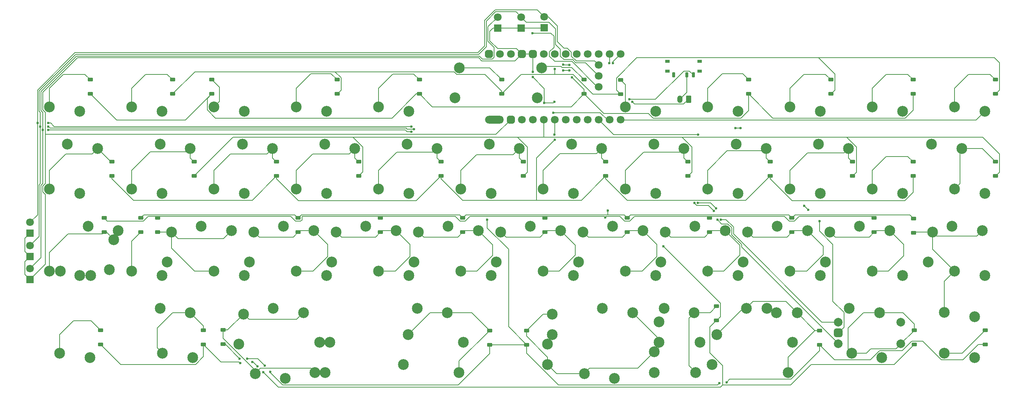
<source format=gbl>
G04 #@! TF.GenerationSoftware,KiCad,Pcbnew,7.0.11-7.0.11~ubuntu22.04.1*
G04 #@! TF.CreationDate,2024-05-14T18:32:02+02:00*
G04 #@! TF.ProjectId,alpha4,616c7068-6134-42e6-9b69-6361645f7063,rev?*
G04 #@! TF.SameCoordinates,Original*
G04 #@! TF.FileFunction,Copper,L2,Bot*
G04 #@! TF.FilePolarity,Positive*
%FSLAX46Y46*%
G04 Gerber Fmt 4.6, Leading zero omitted, Abs format (unit mm)*
G04 Created by KiCad (PCBNEW 7.0.11-7.0.11~ubuntu22.04.1) date 2024-05-14 18:32:02*
%MOMM*%
%LPD*%
G01*
G04 APERTURE LIST*
G04 Aperture macros list*
%AMRoundRect*
0 Rectangle with rounded corners*
0 $1 Rounding radius*
0 $2 $3 $4 $5 $6 $7 $8 $9 X,Y pos of 4 corners*
0 Add a 4 corners polygon primitive as box body*
4,1,4,$2,$3,$4,$5,$6,$7,$8,$9,$2,$3,0*
0 Add four circle primitives for the rounded corners*
1,1,$1+$1,$2,$3*
1,1,$1+$1,$4,$5*
1,1,$1+$1,$6,$7*
1,1,$1+$1,$8,$9*
0 Add four rect primitives between the rounded corners*
20,1,$1+$1,$2,$3,$4,$5,0*
20,1,$1+$1,$4,$5,$6,$7,0*
20,1,$1+$1,$6,$7,$8,$9,0*
20,1,$1+$1,$8,$9,$2,$3,0*%
G04 Aperture macros list end*
G04 #@! TA.AperFunction,ComponentPad*
%ADD10C,2.500000*%
G04 #@! TD*
G04 #@! TA.AperFunction,ComponentPad*
%ADD11C,2.000000*%
G04 #@! TD*
G04 #@! TA.AperFunction,ComponentPad*
%ADD12RoundRect,0.500000X-0.500000X-0.500000X0.500000X-0.500000X0.500000X0.500000X-0.500000X0.500000X0*%
G04 #@! TD*
G04 #@! TA.AperFunction,ComponentPad*
%ADD13R,1.800000X1.800000*%
G04 #@! TD*
G04 #@! TA.AperFunction,ComponentPad*
%ADD14C,1.800000*%
G04 #@! TD*
G04 #@! TA.AperFunction,SMDPad,CuDef*
%ADD15RoundRect,0.225000X0.375000X-0.225000X0.375000X0.225000X-0.375000X0.225000X-0.375000X-0.225000X0*%
G04 #@! TD*
G04 #@! TA.AperFunction,SMDPad,CuDef*
%ADD16RoundRect,0.225000X-0.375000X0.225000X-0.375000X-0.225000X0.375000X-0.225000X0.375000X0.225000X0*%
G04 #@! TD*
G04 #@! TA.AperFunction,ComponentPad*
%ADD17O,1.200000X1.750000*%
G04 #@! TD*
G04 #@! TA.AperFunction,ComponentPad*
%ADD18RoundRect,0.250000X0.350000X0.625000X-0.350000X0.625000X-0.350000X-0.625000X0.350000X-0.625000X0*%
G04 #@! TD*
G04 #@! TA.AperFunction,ComponentPad*
%ADD19RoundRect,0.450000X-0.450000X0.450000X-0.450000X-0.450000X0.450000X-0.450000X0.450000X0.450000X0*%
G04 #@! TD*
G04 #@! TA.AperFunction,ComponentPad*
%ADD20O,4.340000X1.800000*%
G04 #@! TD*
G04 #@! TA.AperFunction,SMDPad,CuDef*
%ADD21RoundRect,0.090000X-0.210000X-0.535000X0.210000X-0.535000X0.210000X0.535000X-0.210000X0.535000X0*%
G04 #@! TD*
G04 #@! TA.AperFunction,SMDPad,CuDef*
%ADD22RoundRect,0.105000X-0.445000X0.245000X-0.445000X-0.245000X0.445000X-0.245000X0.445000X0.245000X0*%
G04 #@! TD*
G04 #@! TA.AperFunction,ViaPad*
%ADD23C,0.600000*%
G04 #@! TD*
G04 #@! TA.AperFunction,Conductor*
%ADD24C,0.200000*%
G04 #@! TD*
G04 APERTURE END LIST*
D10*
X160512500Y-66875000D03*
X167512500Y-67925000D03*
X152600000Y-75225000D03*
X153650000Y-68225000D03*
X95043500Y-93838000D03*
X93993500Y-100838000D03*
D11*
X212762500Y-89175000D03*
X212762500Y-94175000D03*
D12*
X212762500Y-91675000D03*
D11*
X227262500Y-94175000D03*
X227262500Y-89175000D03*
D10*
X132375000Y-59325000D03*
X125375000Y-58275000D03*
X81931250Y-85925000D03*
X88931250Y-86975000D03*
X94275000Y-40275000D03*
X87275000Y-39225000D03*
X202199750Y-93837500D03*
X201149750Y-100837500D03*
X189087500Y-47825000D03*
X196087500Y-48875000D03*
X124025000Y-37125000D03*
X125075000Y-30125000D03*
X84312500Y-66875000D03*
X91312500Y-67925000D03*
X234331250Y-47825000D03*
X241331250Y-48875000D03*
X94275000Y-78375000D03*
X87275000Y-77325000D03*
X179562500Y-66875000D03*
X186562500Y-67925000D03*
X208575000Y-40275000D03*
X201575000Y-39225000D03*
X227625000Y-40275000D03*
X220625000Y-39225000D03*
X39650250Y-78375000D03*
X32650250Y-77325000D03*
X141462500Y-66875000D03*
X148462500Y-67925000D03*
X233562500Y-75225000D03*
X234612500Y-68225000D03*
D13*
X25640000Y-68525000D03*
D14*
X25640000Y-65985000D03*
D10*
X160950250Y-102188000D03*
X153950250Y-101138000D03*
X246675000Y-78375000D03*
X239675000Y-77325000D03*
D13*
X25640000Y-79285000D03*
D14*
X25640000Y-76745000D03*
D10*
X170194000Y-100838000D03*
X171244000Y-93838000D03*
X113325000Y-59325000D03*
X106325000Y-58275000D03*
X75225000Y-78375000D03*
X68225000Y-77325000D03*
X208575000Y-78375000D03*
X201575000Y-77325000D03*
X143075000Y-37125000D03*
X144125000Y-30125000D03*
X132375000Y-78375000D03*
X125375000Y-77325000D03*
X215281250Y-85925000D03*
X222281250Y-86975000D03*
X56175000Y-78375000D03*
X49175000Y-77325000D03*
X92662250Y-93837500D03*
X91612250Y-100837500D03*
X113325000Y-40275000D03*
X106325000Y-39225000D03*
X246675000Y-59325000D03*
X239675000Y-58275000D03*
X84749500Y-102188000D03*
X77749500Y-101138000D03*
X171650000Y-75225000D03*
X172700000Y-68225000D03*
D13*
X139310000Y-20895000D03*
D14*
X139310000Y-18355000D03*
D10*
X74787500Y-47825000D03*
X81787500Y-48875000D03*
D13*
X144700000Y-20885000D03*
D14*
X144700000Y-18345000D03*
D10*
X112887500Y-47825000D03*
X119887500Y-48875000D03*
X246675000Y-40275000D03*
X239675000Y-39225000D03*
X146506000Y-92037500D03*
X145456000Y-99037500D03*
X189525000Y-59325000D03*
X182525000Y-58275000D03*
X170037500Y-47825000D03*
X177037500Y-48875000D03*
X208137500Y-47825000D03*
X215137500Y-48875000D03*
X114500000Y-75225000D03*
X115550000Y-68225000D03*
X37125000Y-40275000D03*
X30125000Y-39225000D03*
X189525000Y-40275000D03*
X182525000Y-39225000D03*
X239093750Y-66875000D03*
X246093750Y-67925000D03*
X180769000Y-93837500D03*
X179719000Y-100837500D03*
X37125000Y-78375000D03*
X30125000Y-77325000D03*
X93837500Y-47825000D03*
X100837500Y-48875000D03*
X171243750Y-89075000D03*
X170193750Y-96075000D03*
X113325000Y-78375000D03*
X106325000Y-77325000D03*
X196231250Y-85925000D03*
X203231250Y-86975000D03*
X208575000Y-59325000D03*
X201575000Y-58275000D03*
X95450000Y-75225000D03*
X96500000Y-68225000D03*
X198468750Y-86975000D03*
X191468750Y-85925000D03*
X56175000Y-59325000D03*
X49175000Y-58275000D03*
X170475000Y-40275000D03*
X163475000Y-39225000D03*
X209750000Y-75225000D03*
X210800000Y-68225000D03*
X126000250Y-93838000D03*
X124950250Y-100838000D03*
X43987500Y-77025000D03*
X45037500Y-70025000D03*
X76400000Y-75225000D03*
X77450000Y-68225000D03*
X189525000Y-78375000D03*
X182525000Y-77325000D03*
X122412500Y-66875000D03*
X129412500Y-67925000D03*
X65262500Y-66875000D03*
X72262500Y-67925000D03*
X103362500Y-66875000D03*
X110362500Y-67925000D03*
X190700000Y-75225000D03*
X191750000Y-68225000D03*
X217662500Y-66875000D03*
X224662500Y-67925000D03*
X39068750Y-66875000D03*
X46068750Y-67925000D03*
X150987500Y-47825000D03*
X157987500Y-48875000D03*
X170475000Y-78375000D03*
X163475000Y-77325000D03*
X227625000Y-59325000D03*
X220625000Y-58275000D03*
X94275000Y-59325000D03*
X87275000Y-58275000D03*
X75225000Y-59325000D03*
X68225000Y-58275000D03*
X244293750Y-97425000D03*
X237293750Y-96375000D03*
X222862500Y-97425000D03*
X215862500Y-96375000D03*
X170475000Y-59325000D03*
X163475000Y-58275000D03*
X37125000Y-59325000D03*
X30125000Y-58275000D03*
D13*
X25650000Y-73915000D03*
D14*
X25650000Y-71375000D03*
D10*
X151425000Y-59325000D03*
X144425000Y-58275000D03*
X158131250Y-85925000D03*
X165131250Y-86975000D03*
D13*
X133940000Y-20905000D03*
D14*
X133940000Y-18365000D03*
D10*
X39506250Y-97425000D03*
X32506250Y-96375000D03*
X145456250Y-94275000D03*
X146506250Y-87275000D03*
X115268750Y-85925000D03*
X122268750Y-86975000D03*
X57350000Y-75225000D03*
X58400000Y-68225000D03*
X131937500Y-47825000D03*
X138937500Y-48875000D03*
X74018750Y-94275000D03*
X75068750Y-87275000D03*
X34306250Y-47825000D03*
X41306250Y-48875000D03*
X133550000Y-75225000D03*
X134600000Y-68225000D03*
X112119000Y-99037500D03*
X113169000Y-92037500D03*
X55737500Y-47825000D03*
X62737500Y-48875000D03*
X63318750Y-97425000D03*
X56318750Y-96375000D03*
X151425000Y-78375000D03*
X144425000Y-77325000D03*
X227625000Y-78375000D03*
X220625000Y-77325000D03*
X56175000Y-40275000D03*
X49175000Y-39225000D03*
X183556500Y-99038000D03*
X184606500Y-92038000D03*
X244293750Y-87900000D03*
X237293750Y-86850000D03*
X198612500Y-66875000D03*
X205612500Y-67925000D03*
X172418750Y-85925000D03*
X179418750Y-86975000D03*
X55737500Y-85925000D03*
X62737500Y-86975000D03*
X75225000Y-40275000D03*
X68225000Y-39225000D03*
D15*
X63655000Y-55255000D03*
X63655000Y-51955000D03*
X139855000Y-55255000D03*
X139855000Y-51955000D03*
X249155000Y-36205000D03*
X249155000Y-32905000D03*
D16*
X163930000Y-65005000D03*
X163930000Y-68305000D03*
D15*
X101755000Y-55255000D03*
X101755000Y-51955000D03*
X44605000Y-55255000D03*
X44605000Y-51955000D03*
X208400000Y-94400000D03*
X208400000Y-91100000D03*
X184570000Y-88790000D03*
X184570000Y-85490000D03*
X58655000Y-36205000D03*
X58655000Y-32905000D03*
X120805000Y-55255000D03*
X120805000Y-51955000D03*
D17*
X176100000Y-37410000D03*
D18*
X178100000Y-37410000D03*
D15*
X230105000Y-55255000D03*
X230105000Y-51955000D03*
D16*
X221080000Y-65005000D03*
X221080000Y-68305000D03*
D14*
X134400000Y-26920000D03*
X136940000Y-26920000D03*
D19*
X139480000Y-26920000D03*
X142020000Y-26920000D03*
D14*
X144560000Y-26920000D03*
X147100000Y-26920000D03*
X149640000Y-26920000D03*
X152180000Y-26920000D03*
X154720000Y-26920000D03*
X157260000Y-26920000D03*
X159800000Y-26920000D03*
X162340000Y-26920000D03*
D20*
X133130000Y-42160000D03*
D19*
X136940000Y-42160000D03*
D14*
X139480000Y-42160000D03*
X142020000Y-42160000D03*
X144560000Y-42160000D03*
X147100000Y-42160000D03*
X149640000Y-42160000D03*
X152180000Y-42160000D03*
X154720000Y-42160000D03*
X157260000Y-42160000D03*
X159800000Y-42160000D03*
X162340000Y-42160000D03*
X157260000Y-29460000D03*
X157260000Y-32000000D03*
X157260000Y-34540000D03*
D19*
X131860000Y-26920000D03*
D14*
X131860000Y-42160000D03*
D15*
X230342500Y-94355000D03*
X230342500Y-91055000D03*
X230105000Y-36205000D03*
X230105000Y-32905000D03*
D16*
X87730000Y-65005000D03*
X87730000Y-68305000D03*
D15*
X70310000Y-94270000D03*
X70310000Y-90970000D03*
X177955000Y-55255000D03*
X177955000Y-51955000D03*
X158905000Y-55255000D03*
X158905000Y-51955000D03*
X115805000Y-36205000D03*
X115805000Y-32905000D03*
X96755000Y-36205000D03*
X96755000Y-32905000D03*
X67705000Y-36205000D03*
X67705000Y-32905000D03*
D16*
X55170000Y-65002500D03*
X55170000Y-68302500D03*
D15*
X82705000Y-55255000D03*
X82705000Y-51955000D03*
X134855000Y-36205000D03*
X134855000Y-32905000D03*
X153905000Y-36205000D03*
X153905000Y-32905000D03*
D16*
X182980000Y-65005000D03*
X182980000Y-68305000D03*
X125830000Y-65005000D03*
X125830000Y-68305000D03*
D21*
X174680000Y-31810000D03*
X177680000Y-31810000D03*
X179180000Y-31810000D03*
D22*
X180630000Y-30960000D03*
X180630000Y-28660000D03*
X173230000Y-30960000D03*
X173230000Y-28660000D03*
D15*
X192005000Y-36205000D03*
X192005000Y-32905000D03*
D16*
X51290000Y-64960000D03*
X51290000Y-68260000D03*
D15*
X249155000Y-55255000D03*
X249155000Y-51955000D03*
D16*
X202030000Y-65005000D03*
X202030000Y-68305000D03*
D15*
X39605000Y-36205000D03*
X39605000Y-32905000D03*
X132050000Y-94390000D03*
X132050000Y-91090000D03*
D16*
X106780000Y-65005000D03*
X106780000Y-68305000D03*
D15*
X216055000Y-55255000D03*
X216055000Y-51955000D03*
X246773750Y-94355000D03*
X246773750Y-91055000D03*
X197005000Y-55255000D03*
X197005000Y-51955000D03*
D16*
X144880000Y-65005000D03*
X144880000Y-68305000D03*
D15*
X211055000Y-36205000D03*
X211055000Y-32905000D03*
X162360000Y-36247500D03*
X162360000Y-32947500D03*
X140610000Y-94390000D03*
X140610000Y-91090000D03*
D16*
X230200000Y-65150000D03*
X230200000Y-68450000D03*
D15*
X65798750Y-94355000D03*
X65798750Y-91055000D03*
X41986250Y-94355000D03*
X41986250Y-91055000D03*
D16*
X42800000Y-64992500D03*
X42800000Y-68292500D03*
D23*
X151150000Y-32390000D03*
X147100000Y-30450000D03*
X147090000Y-45675000D03*
X147100000Y-46875000D03*
X158790000Y-64855000D03*
X159400000Y-63230000D03*
X77110000Y-98380000D03*
X180330000Y-45675000D03*
X79652610Y-100757390D03*
X172270602Y-71550602D03*
X74310000Y-98690000D03*
X78277610Y-99382390D03*
X74168311Y-97628145D03*
X79990000Y-99288001D03*
X75950000Y-97650000D03*
X185270000Y-103310000D03*
X81251140Y-100658860D03*
X186890000Y-103138000D03*
X146780000Y-40540000D03*
X131490000Y-65390000D03*
X184498701Y-62787328D03*
X185609265Y-65390735D03*
X180270000Y-61510000D03*
X160559925Y-29081110D03*
X159760000Y-29070000D03*
X179469997Y-61510000D03*
X183933015Y-63353015D03*
X184790000Y-65420000D03*
X144700000Y-38300000D03*
X205770000Y-63080000D03*
X188925000Y-44160000D03*
X208410000Y-65720000D03*
X142020000Y-31075000D03*
X204875735Y-62175735D03*
X147042210Y-38051649D03*
X165100000Y-38080000D03*
X190125000Y-44140000D03*
X142020000Y-32275000D03*
X164430000Y-37480000D03*
X29830000Y-44570000D03*
X28630000Y-44570000D03*
X141950000Y-22100000D03*
X113925000Y-44960000D03*
X150480000Y-30800000D03*
X28030000Y-43770000D03*
X114498383Y-44360000D03*
X29830000Y-43769997D03*
X149040000Y-30800000D03*
X29830000Y-42969994D03*
X113925000Y-43760000D03*
X149040000Y-29440000D03*
X27430000Y-42970000D03*
X150500000Y-29450000D03*
D24*
X38375000Y-31675000D02*
X39605000Y-32905000D01*
X33344491Y-31675000D02*
X38375000Y-31675000D01*
X30125000Y-34894491D02*
X33344491Y-31675000D01*
X30125000Y-39225000D02*
X30125000Y-34894491D01*
X49175000Y-34894491D02*
X52394491Y-31675000D01*
X52394491Y-31675000D02*
X57425000Y-31675000D01*
X49175000Y-39225000D02*
X49175000Y-34894491D01*
X57425000Y-31675000D02*
X58655000Y-32905000D01*
X69474999Y-37975001D02*
X69474999Y-34674999D01*
X69474999Y-34674999D02*
X67705000Y-32905000D01*
X68225000Y-39225000D02*
X69474999Y-37975001D01*
X90689491Y-31480000D02*
X95330000Y-31480000D01*
X87275000Y-39225000D02*
X87275000Y-34894491D01*
X95330000Y-31480000D02*
X96755000Y-32905000D01*
X87275000Y-34894491D02*
X90689491Y-31480000D01*
X109629491Y-31590000D02*
X114490000Y-31590000D01*
X106325000Y-39225000D02*
X106325000Y-34894491D01*
X114490000Y-31590000D02*
X115805000Y-32905000D01*
X106325000Y-34894491D02*
X109629491Y-31590000D01*
X125075000Y-30125000D02*
X132075000Y-30125000D01*
X132075000Y-30125000D02*
X134855000Y-32905000D01*
X144125000Y-30125000D02*
X144400000Y-29850000D01*
X151050000Y-30050000D02*
X153905000Y-32905000D01*
X144400000Y-29850000D02*
X148601471Y-29850000D01*
X148801471Y-30050000D02*
X151050000Y-30050000D01*
X148601471Y-29850000D02*
X148801471Y-30050000D01*
X163475000Y-39225000D02*
X163475000Y-34062500D01*
X163475000Y-34062500D02*
X162360000Y-32947500D01*
X182525000Y-34894491D02*
X185889491Y-31530000D01*
X190630000Y-31530000D02*
X192005000Y-32905000D01*
X182525000Y-39225000D02*
X182525000Y-34894491D01*
X185889491Y-31530000D02*
X190630000Y-31530000D01*
X209825000Y-31675000D02*
X211055000Y-32905000D01*
X204794491Y-31675000D02*
X209825000Y-31675000D01*
X201575000Y-34894491D02*
X204794491Y-31675000D01*
X201575000Y-39225000D02*
X201575000Y-34894491D01*
X220625000Y-34894491D02*
X223844491Y-31675000D01*
X220625000Y-39225000D02*
X220625000Y-34894491D01*
X228875000Y-31675000D02*
X230105000Y-32905000D01*
X223844491Y-31675000D02*
X228875000Y-31675000D01*
X247925000Y-31675000D02*
X249155000Y-32905000D01*
X242894491Y-31675000D02*
X247925000Y-31675000D01*
X239675000Y-34894491D02*
X242894491Y-31675000D01*
X239675000Y-39225000D02*
X239675000Y-34894491D01*
X35725741Y-88825000D02*
X39756250Y-88825000D01*
X32506250Y-96375000D02*
X32506250Y-92044491D01*
X32506250Y-92044491D02*
X35725741Y-88825000D01*
X39756250Y-88825000D02*
X41986250Y-91055000D01*
X113169000Y-92037500D02*
X118231500Y-86975000D01*
X122268750Y-86975000D02*
X127935000Y-86975000D01*
X124950250Y-98189750D02*
X132050000Y-91090000D01*
X127935000Y-86975000D02*
X132050000Y-91090000D01*
X118231500Y-86975000D02*
X122268750Y-86975000D01*
X124950250Y-100838000D02*
X124950250Y-98189750D01*
X44386250Y-51955000D02*
X44605000Y-51955000D01*
X30125000Y-58275000D02*
X30125000Y-53944491D01*
X30125000Y-53944491D02*
X33944492Y-50124999D01*
X41306250Y-48875000D02*
X44386250Y-51955000D01*
X40056251Y-50124999D02*
X41306250Y-48875000D01*
X33944492Y-50124999D02*
X40056251Y-50124999D01*
X49175000Y-53944491D02*
X53519491Y-49600000D01*
X53519491Y-49600000D02*
X62012500Y-49600000D01*
X62012500Y-49600000D02*
X62737500Y-48875000D01*
X62737500Y-48875000D02*
X62737500Y-51037500D01*
X62737500Y-51037500D02*
X63655000Y-51955000D01*
X49175000Y-58275000D02*
X49175000Y-53944491D01*
X81787500Y-48875000D02*
X81787500Y-51037500D01*
X80502500Y-50160000D02*
X81787500Y-48875000D01*
X72009491Y-50160000D02*
X80502500Y-50160000D01*
X68225000Y-53944491D02*
X72009491Y-50160000D01*
X68225000Y-58275000D02*
X68225000Y-53944491D01*
X81787500Y-51037500D02*
X82705000Y-51955000D01*
X100837500Y-48875000D02*
X100837500Y-51037500D01*
X99587501Y-50124999D02*
X100837500Y-48875000D01*
X100837500Y-51037500D02*
X101755000Y-51955000D01*
X91094492Y-50124999D02*
X99587501Y-50124999D01*
X87275000Y-58275000D02*
X87275000Y-53944491D01*
X87275000Y-53944491D02*
X91094492Y-50124999D01*
X110529491Y-49740000D02*
X119022500Y-49740000D01*
X106325000Y-58275000D02*
X106325000Y-53944491D01*
X106325000Y-53944491D02*
X110529491Y-49740000D01*
X119887500Y-51037500D02*
X120805000Y-51955000D01*
X119022500Y-49740000D02*
X119887500Y-48875000D01*
X119887500Y-48875000D02*
X119887500Y-51037500D01*
X138937500Y-48875000D02*
X138937500Y-51037500D01*
X129029491Y-50290000D02*
X137522500Y-50290000D01*
X125375000Y-53944491D02*
X129029491Y-50290000D01*
X137522500Y-50290000D02*
X138937500Y-48875000D01*
X138937500Y-51037500D02*
X139855000Y-51955000D01*
X125375000Y-58275000D02*
X125375000Y-53944491D01*
X157987500Y-48875000D02*
X157987500Y-51037500D01*
X144425000Y-53944491D02*
X148309491Y-50060000D01*
X144425000Y-58275000D02*
X144425000Y-53944491D01*
X157987500Y-51037500D02*
X158905000Y-51955000D01*
X156802500Y-50060000D02*
X157987500Y-48875000D01*
X148309491Y-50060000D02*
X156802500Y-50060000D01*
X167679491Y-49740000D02*
X176172500Y-49740000D01*
X163475000Y-58275000D02*
X163475000Y-53944491D01*
X177037500Y-48875000D02*
X177037500Y-51037500D01*
X176172500Y-49740000D02*
X177037500Y-48875000D01*
X177037500Y-51037500D02*
X177955000Y-51955000D01*
X163475000Y-53944491D02*
X167679491Y-49740000D01*
X187049491Y-49420000D02*
X195542500Y-49420000D01*
X196087500Y-48875000D02*
X196087500Y-51037500D01*
X195542500Y-49420000D02*
X196087500Y-48875000D01*
X182525000Y-58275000D02*
X182525000Y-53944491D01*
X182525000Y-53944491D02*
X187049491Y-49420000D01*
X196087500Y-51037500D02*
X197005000Y-51955000D01*
X215137500Y-51037500D02*
X216055000Y-51955000D01*
X215137500Y-48875000D02*
X215137500Y-51037500D01*
X214132500Y-49880000D02*
X215137500Y-48875000D01*
X201575000Y-58275000D02*
X201575000Y-53944491D01*
X205639491Y-49880000D02*
X214132500Y-49880000D01*
X201575000Y-53944491D02*
X205639491Y-49880000D01*
X220625000Y-53944491D02*
X223844491Y-50725000D01*
X220625000Y-58275000D02*
X220625000Y-53944491D01*
X228875000Y-50725000D02*
X230105000Y-51955000D01*
X223844491Y-50725000D02*
X228875000Y-50725000D01*
X240924999Y-57025001D02*
X240924999Y-49281251D01*
X240924999Y-49281251D02*
X241331250Y-48875000D01*
X239675000Y-58275000D02*
X240924999Y-57025001D01*
X246075000Y-48875000D02*
X249155000Y-51955000D01*
X241331250Y-48875000D02*
X246075000Y-48875000D01*
X30125000Y-77325000D02*
X32650250Y-77325000D01*
X43305000Y-68292500D02*
X42800000Y-68292500D01*
X46068750Y-68993750D02*
X45037500Y-70025000D01*
X30125000Y-72994491D02*
X34409491Y-68710000D01*
X46068750Y-67925000D02*
X46068750Y-68993750D01*
X34409491Y-68710000D02*
X42382500Y-68710000D01*
X42382500Y-68710000D02*
X42800000Y-68292500D01*
X30125000Y-77325000D02*
X30125000Y-72994491D01*
X45037500Y-70025000D02*
X43305000Y-68292500D01*
X55247500Y-68225000D02*
X55170000Y-68302500D01*
X59950000Y-69775000D02*
X58400000Y-68225000D01*
X58400000Y-68225000D02*
X55247500Y-68225000D01*
X70412500Y-69775000D02*
X59950000Y-69775000D01*
X58400000Y-71955509D02*
X58400000Y-68225000D01*
X63769491Y-77325000D02*
X58400000Y-71955509D01*
X68225000Y-77325000D02*
X63769491Y-77325000D01*
X72262500Y-67925000D02*
X70412500Y-69775000D01*
X94525000Y-73957968D02*
X94525000Y-71137500D01*
X77450000Y-68225000D02*
X78699999Y-69474999D01*
X88110000Y-67925000D02*
X87730000Y-68305000D01*
X87275000Y-77325000D02*
X91157968Y-77325000D01*
X91157968Y-77325000D02*
X94525000Y-73957968D01*
X91312500Y-67925000D02*
X88110000Y-67925000D01*
X78699999Y-69474999D02*
X86560001Y-69474999D01*
X94525000Y-71137500D02*
X91312500Y-67925000D01*
X86560001Y-69474999D02*
X87730000Y-68305000D01*
X96500000Y-68225000D02*
X97749999Y-69474999D01*
X97749999Y-69474999D02*
X105610001Y-69474999D01*
X110362500Y-67925000D02*
X107160000Y-67925000D01*
X110207968Y-77325000D02*
X113575000Y-73957968D01*
X106325000Y-77325000D02*
X110207968Y-77325000D01*
X107160000Y-67925000D02*
X106780000Y-68305000D01*
X113575000Y-71137500D02*
X110362500Y-67925000D01*
X113575000Y-73957968D02*
X113575000Y-71137500D01*
X105610001Y-69474999D02*
X106780000Y-68305000D01*
X132740000Y-71252500D02*
X129412500Y-67925000D01*
X129412500Y-67925000D02*
X126210000Y-67925000D01*
X124660001Y-69474999D02*
X125830000Y-68305000D01*
X116799999Y-69474999D02*
X124660001Y-69474999D01*
X132740000Y-73690509D02*
X132740000Y-71252500D01*
X115550000Y-68225000D02*
X116799999Y-69474999D01*
X126210000Y-67925000D02*
X125830000Y-68305000D01*
X125375000Y-77325000D02*
X129105509Y-77325000D01*
X129105509Y-77325000D02*
X132740000Y-73690509D01*
X151860000Y-71322500D02*
X148462500Y-67925000D01*
X151860000Y-73620509D02*
X151860000Y-71322500D01*
X148462500Y-67925000D02*
X145260000Y-67925000D01*
X143710001Y-69474999D02*
X144880000Y-68305000D01*
X148155509Y-77325000D02*
X151860000Y-73620509D01*
X144425000Y-77325000D02*
X148155509Y-77325000D01*
X134600000Y-68225000D02*
X135849999Y-69474999D01*
X135849999Y-69474999D02*
X143710001Y-69474999D01*
X145260000Y-67925000D02*
X144880000Y-68305000D01*
X167357968Y-77325000D02*
X170725000Y-73957968D01*
X153650000Y-68225000D02*
X154899999Y-69474999D01*
X167512500Y-67925000D02*
X164310000Y-67925000D01*
X170725000Y-73957968D02*
X170725000Y-71137500D01*
X154899999Y-69474999D02*
X162760001Y-69474999D01*
X164310000Y-67925000D02*
X163930000Y-68305000D01*
X170725000Y-71137500D02*
X167512500Y-67925000D01*
X162760001Y-69474999D02*
X163930000Y-68305000D01*
X163475000Y-77325000D02*
X167357968Y-77325000D01*
X205612500Y-67925000D02*
X202410000Y-67925000D01*
X191750000Y-68225000D02*
X192999999Y-69474999D01*
X205457968Y-77325000D02*
X209290000Y-73492968D01*
X201575000Y-77325000D02*
X205457968Y-77325000D01*
X200860001Y-69474999D02*
X202030000Y-68305000D01*
X202410000Y-67925000D02*
X202030000Y-68305000D01*
X209290000Y-73492968D02*
X209290000Y-71602500D01*
X192999999Y-69474999D02*
X200860001Y-69474999D01*
X209290000Y-71602500D02*
X205612500Y-67925000D01*
X224662500Y-67925000D02*
X221460000Y-67925000D01*
X224355509Y-77325000D02*
X227875000Y-73805509D01*
X221460000Y-67925000D02*
X221080000Y-68305000D01*
X227875000Y-71137500D02*
X224662500Y-67925000D01*
X227875000Y-73805509D02*
X227875000Y-71137500D01*
X220625000Y-77325000D02*
X224355509Y-77325000D01*
X219910001Y-69474999D02*
X221080000Y-68305000D01*
X212049999Y-69474999D02*
X219910001Y-69474999D01*
X210800000Y-68225000D02*
X212049999Y-69474999D01*
X235562499Y-69174999D02*
X234612500Y-68225000D01*
X237293750Y-86850000D02*
X237293750Y-79706250D01*
X230425000Y-68225000D02*
X230200000Y-68450000D01*
X244843751Y-69174999D02*
X235562499Y-69174999D01*
X239675000Y-77325000D02*
X234612500Y-72262500D01*
X237293750Y-79706250D02*
X239675000Y-77325000D01*
X246093750Y-67925000D02*
X244843751Y-69174999D01*
X234612500Y-72262500D02*
X234612500Y-68225000D01*
X234612500Y-68225000D02*
X230425000Y-68225000D01*
X49175000Y-77325000D02*
X49175000Y-70375000D01*
X49175000Y-70375000D02*
X51290000Y-68260000D01*
X183360000Y-67925000D02*
X182980000Y-68305000D01*
X181810001Y-69474999D02*
X182980000Y-68305000D01*
X189980000Y-71342500D02*
X186562500Y-67925000D01*
X182525000Y-77325000D02*
X186255509Y-77325000D01*
X189980000Y-73600509D02*
X189980000Y-71342500D01*
X172700000Y-68225000D02*
X173949999Y-69474999D01*
X173949999Y-69474999D02*
X181810001Y-69474999D01*
X186255509Y-77325000D02*
X189980000Y-73600509D01*
X186562500Y-67925000D02*
X183360000Y-67925000D01*
X145456000Y-97269734D02*
X140610000Y-92423734D01*
X155200249Y-99888001D02*
X166380749Y-99888001D01*
X140610000Y-92423734D02*
X140610000Y-91090000D01*
X171244000Y-95024750D02*
X170193750Y-96075000D01*
X171244000Y-93838000D02*
X171244000Y-95024750D01*
X166380749Y-99888001D02*
X170193750Y-96075000D01*
X171244000Y-93838000D02*
X171244000Y-93087750D01*
X153950250Y-101138000D02*
X155200249Y-99888001D01*
X153950250Y-101138000D02*
X147556500Y-101138000D01*
X146506250Y-87275000D02*
X144425000Y-87275000D01*
X147556500Y-101138000D02*
X145456000Y-99037500D01*
X171244000Y-93087750D02*
X165131250Y-86975000D01*
X144425000Y-87275000D02*
X140610000Y-91090000D01*
X145456000Y-99037500D02*
X145456000Y-97269734D01*
X183085000Y-86975000D02*
X184570000Y-85490000D01*
X178168751Y-88224999D02*
X178168751Y-99287251D01*
X178168751Y-99287251D02*
X179719000Y-100837500D01*
X179418750Y-86975000D02*
X178168751Y-88224999D01*
X179418750Y-86975000D02*
X183085000Y-86975000D01*
X207356250Y-91100000D02*
X208400000Y-91100000D01*
X191468750Y-85925000D02*
X193018750Y-84375000D01*
X193018750Y-84375000D02*
X200631250Y-84375000D01*
X201149750Y-100837500D02*
X201149750Y-97306500D01*
X200631250Y-84375000D02*
X203231250Y-86975000D01*
X201149750Y-97306500D02*
X207356250Y-91100000D01*
X184606500Y-92038000D02*
X190719500Y-85925000D01*
X203231250Y-86975000D02*
X207356250Y-91100000D01*
X190719500Y-85925000D02*
X191468750Y-85925000D01*
X241453750Y-96375000D02*
X246773750Y-91055000D01*
X237293750Y-96375000D02*
X241453750Y-96375000D01*
X218550741Y-86975000D02*
X215031250Y-90494491D01*
X227262500Y-94175000D02*
X230342500Y-91095000D01*
X222281250Y-86975000D02*
X218550741Y-86975000D01*
X219265000Y-96375000D02*
X220290000Y-95350000D01*
X230342500Y-89622500D02*
X230342500Y-91055000D01*
X220290000Y-95350000D02*
X226087500Y-95350000D01*
X215031250Y-95543750D02*
X215862500Y-96375000D01*
X215031250Y-90494491D02*
X215031250Y-95543750D01*
X227695000Y-86975000D02*
X230342500Y-89622500D01*
X222281250Y-86975000D02*
X227695000Y-86975000D01*
X215862500Y-96375000D02*
X219265000Y-96375000D01*
X226087500Y-95350000D02*
X227262500Y-94175000D01*
X230342500Y-91095000D02*
X230342500Y-91055000D01*
X56318750Y-96375000D02*
X55068751Y-95125001D01*
X55068751Y-90551249D02*
X58645000Y-86975000D01*
X55068751Y-95125001D02*
X55068751Y-90551249D01*
X58645000Y-86975000D02*
X62737500Y-86975000D01*
X62737500Y-86975000D02*
X65798750Y-90036250D01*
X65798750Y-90036250D02*
X65798750Y-91055000D01*
X70310000Y-92921304D02*
X70310000Y-90970000D01*
X75068750Y-87275000D02*
X71373750Y-90970000D01*
X91612250Y-100837500D02*
X93993000Y-100837500D01*
X77749500Y-100360804D02*
X70310000Y-92921304D01*
X87381251Y-88524999D02*
X88931250Y-86975000D01*
X77749500Y-101138000D02*
X77749500Y-100360804D01*
X78999499Y-99888001D02*
X90662751Y-99888001D01*
X75068750Y-87275000D02*
X76318749Y-88524999D01*
X93993000Y-100837500D02*
X93993500Y-100838000D01*
X71373750Y-90970000D02*
X70310000Y-90970000D01*
X77749500Y-101138000D02*
X78999499Y-99888001D01*
X76318749Y-88524999D02*
X87381251Y-88524999D01*
X90662751Y-99888001D02*
X91612250Y-100837500D01*
X39605000Y-36205000D02*
X45690000Y-42290000D01*
X192005000Y-36205000D02*
X197625000Y-41825000D01*
X115805000Y-36205000D02*
X118800000Y-39200000D01*
X109465000Y-41825000D02*
X115085000Y-36205000D01*
X151150000Y-32390000D02*
X153905000Y-35145000D01*
X68565000Y-41825000D02*
X109465000Y-41825000D01*
X153905000Y-36205000D02*
X158475000Y-40775000D01*
X153905000Y-35145000D02*
X153905000Y-36205000D01*
X66675000Y-39935000D02*
X68565000Y-41825000D01*
X66675000Y-37235000D02*
X66675000Y-39935000D01*
X169867968Y-41860000D02*
X190200000Y-41860000D01*
X168782968Y-40775000D02*
X169867968Y-41860000D01*
X61620000Y-42290000D02*
X67705000Y-36205000D01*
X192005000Y-40055000D02*
X192005000Y-36205000D01*
X118800000Y-39200000D02*
X150910000Y-39200000D01*
X230105000Y-39987032D02*
X230105000Y-36205000D01*
X45690000Y-42290000D02*
X61620000Y-42290000D01*
X228267032Y-41825000D02*
X230105000Y-39987032D01*
X115085000Y-36205000D02*
X115805000Y-36205000D01*
X67705000Y-36205000D02*
X66675000Y-37235000D01*
X197625000Y-41825000D02*
X228267032Y-41825000D01*
X150910000Y-39200000D02*
X153905000Y-36205000D01*
X158475000Y-40775000D02*
X168782968Y-40775000D01*
X190200000Y-41860000D02*
X192005000Y-40055000D01*
X161460000Y-32498804D02*
X166138804Y-27820000D01*
X151326304Y-31675000D02*
X155898804Y-36247500D01*
X248920000Y-27820000D02*
X250055000Y-28955000D01*
X166138804Y-27820000D02*
X208140000Y-27820000D01*
X124432968Y-31675000D02*
X130955509Y-31675000D01*
X147110000Y-31675000D02*
X151326304Y-31675000D01*
X155898804Y-36247500D02*
X162360000Y-36247500D01*
X63780000Y-31080000D02*
X96278696Y-31080000D01*
X139385000Y-31675000D02*
X147110000Y-31675000D01*
X211955000Y-31635000D02*
X211955000Y-35305000D01*
X123837968Y-31080000D02*
X124432968Y-31675000D01*
X208140000Y-27820000D02*
X211955000Y-31635000D01*
X97660000Y-35300000D02*
X96755000Y-36205000D01*
X250055000Y-28955000D02*
X250055000Y-35305000D01*
X208140000Y-27820000D02*
X248920000Y-27820000D01*
X58655000Y-36205000D02*
X63780000Y-31080000D01*
X211955000Y-35305000D02*
X211055000Y-36205000D01*
X134855000Y-35574491D02*
X134855000Y-36205000D01*
X147100000Y-30450000D02*
X147100000Y-31665000D01*
X147100000Y-31665000D02*
X147110000Y-31675000D01*
X134855000Y-36205000D02*
X139385000Y-31675000D01*
X130955509Y-31675000D02*
X134855000Y-35574491D01*
X161460000Y-35347500D02*
X161460000Y-32498804D01*
X250055000Y-35305000D02*
X249155000Y-36205000D01*
X96278696Y-31080000D02*
X123837968Y-31080000D01*
X97660000Y-32461304D02*
X97660000Y-35300000D01*
X162360000Y-36247500D02*
X161460000Y-35347500D01*
X96278696Y-31080000D02*
X97660000Y-32461304D01*
X158905000Y-55897032D02*
X163917968Y-60910000D01*
X82705000Y-55255000D02*
X82705000Y-55897032D01*
X147100000Y-45665000D02*
X147090000Y-45675000D01*
X153285000Y-60875000D02*
X158905000Y-55255000D01*
X142880000Y-60875000D02*
X153285000Y-60875000D01*
X142875000Y-60870000D02*
X142880000Y-60875000D01*
X158905000Y-55255000D02*
X158905000Y-55897032D01*
X77085000Y-60875000D02*
X82705000Y-55255000D01*
X115080000Y-60980000D02*
X120805000Y-55255000D01*
X44605000Y-55255000D02*
X44605000Y-55897032D01*
X147100000Y-46875000D02*
X142875000Y-51100000D01*
X125782968Y-60875000D02*
X142880000Y-60875000D01*
X87787968Y-60980000D02*
X115080000Y-60980000D01*
X197005000Y-55255000D02*
X197005000Y-55897032D01*
X82705000Y-55897032D02*
X87787968Y-60980000D01*
X230105000Y-59075000D02*
X230105000Y-55255000D01*
X49582968Y-60875000D02*
X77085000Y-60875000D01*
X44605000Y-55897032D02*
X49582968Y-60875000D01*
X197005000Y-55897032D02*
X202117968Y-61010000D01*
X163917968Y-60910000D02*
X191350000Y-60910000D01*
X120805000Y-55897032D02*
X125782968Y-60875000D01*
X228170000Y-61010000D02*
X230105000Y-59075000D01*
X142875000Y-51100000D02*
X142875000Y-60870000D01*
X191350000Y-60910000D02*
X197005000Y-55255000D01*
X120805000Y-55255000D02*
X120805000Y-55897032D01*
X147100000Y-42160000D02*
X147100000Y-45665000D01*
X202117968Y-61010000D02*
X228170000Y-61010000D01*
X144560000Y-46275000D02*
X176629532Y-46275000D01*
X178855000Y-54355000D02*
X177955000Y-55255000D01*
X216955000Y-48500468D02*
X216955000Y-54355000D01*
X250055000Y-54355000D02*
X249155000Y-55255000D01*
X216955000Y-54355000D02*
X216055000Y-55255000D01*
X176629532Y-46275000D02*
X214729532Y-46275000D01*
X250055000Y-50175000D02*
X250055000Y-54355000D01*
X176629532Y-46275000D02*
X178855000Y-48500468D01*
X72635000Y-46275000D02*
X100429532Y-46275000D01*
X102710000Y-48555468D02*
X102710000Y-54300000D01*
X63655000Y-55255000D02*
X72635000Y-46275000D01*
X100429532Y-46275000D02*
X138529532Y-46275000D01*
X138529532Y-46275000D02*
X144560000Y-46275000D01*
X214729532Y-46275000D02*
X246155000Y-46275000D01*
X100429532Y-46275000D02*
X102710000Y-48555468D01*
X140755000Y-48500468D02*
X140755000Y-54355000D01*
X214729532Y-46275000D02*
X216955000Y-48500468D01*
X138529532Y-46275000D02*
X140755000Y-48500468D01*
X140755000Y-54355000D02*
X139855000Y-55255000D01*
X102710000Y-54300000D02*
X101755000Y-55255000D01*
X178855000Y-48500468D02*
X178855000Y-54355000D01*
X144560000Y-42160000D02*
X144560000Y-46275000D01*
X246155000Y-46275000D02*
X250055000Y-50175000D01*
X162340000Y-42160000D02*
X162450000Y-42270000D01*
X244680000Y-42270000D02*
X246675000Y-40275000D01*
X162450000Y-42270000D02*
X244680000Y-42270000D01*
X145230000Y-64655000D02*
X144880000Y-65005000D01*
X158990000Y-64655000D02*
X162231304Y-64655000D01*
X183330000Y-64655000D02*
X200331304Y-64655000D01*
X106430000Y-64655000D02*
X106780000Y-65005000D01*
X182980000Y-65005000D02*
X183330000Y-64655000D01*
X52946196Y-64652500D02*
X51888696Y-65710000D01*
X200331304Y-64655000D02*
X201431304Y-65755000D01*
X88630000Y-65453696D02*
X88630000Y-64670686D01*
X124131304Y-64655000D02*
X107130000Y-64655000D01*
X164528696Y-65755000D02*
X165628696Y-64655000D01*
X107130000Y-64655000D02*
X106780000Y-65005000D01*
X55170000Y-65002500D02*
X54820000Y-64652500D01*
X202628696Y-65755000D02*
X203728696Y-64655000D01*
X55170000Y-65002500D02*
X55520000Y-64652500D01*
X144880000Y-65005000D02*
X144530000Y-64655000D01*
X144530000Y-64655000D02*
X127528696Y-64655000D01*
X158590000Y-64655000D02*
X145230000Y-64655000D01*
X201431304Y-65755000D02*
X202628696Y-65755000D01*
X86028804Y-64652500D02*
X87131304Y-65755000D01*
X158790000Y-64855000D02*
X158990000Y-64655000D01*
X43517500Y-65710000D02*
X42800000Y-64992500D01*
X182630000Y-64655000D02*
X182980000Y-65005000D01*
X54820000Y-64652500D02*
X52946196Y-64652500D01*
X162231304Y-64655000D02*
X163331304Y-65755000D01*
X127528696Y-64655000D02*
X126428696Y-65755000D01*
X158790000Y-64855000D02*
X158590000Y-64655000D01*
X165628696Y-64655000D02*
X182630000Y-64655000D01*
X126428696Y-65755000D02*
X125231304Y-65755000D01*
X87131304Y-65755000D02*
X88328696Y-65755000D01*
X55520000Y-64652500D02*
X86028804Y-64652500D01*
X203728696Y-64655000D02*
X220730000Y-64655000D01*
X125231304Y-65755000D02*
X124131304Y-64655000D01*
X51888696Y-65710000D02*
X43517500Y-65710000D01*
X163331304Y-65755000D02*
X164528696Y-65755000D01*
X88328696Y-65755000D02*
X88630000Y-65453696D01*
X88630000Y-64670686D02*
X88645686Y-64655000D01*
X220730000Y-64655000D02*
X221080000Y-65005000D01*
X88645686Y-64655000D02*
X106430000Y-64655000D01*
X202030000Y-65005000D02*
X202780000Y-64255000D01*
X159400000Y-63230000D02*
X159400000Y-64255000D01*
X87730000Y-65005000D02*
X88480000Y-64255000D01*
X88480000Y-64255000D02*
X125080000Y-64255000D01*
X163930000Y-65005000D02*
X164680000Y-64255000D01*
X159400000Y-64255000D02*
X163180000Y-64255000D01*
X201280000Y-64255000D02*
X202030000Y-65005000D01*
X163180000Y-64255000D02*
X163930000Y-65005000D01*
X51997500Y-64252500D02*
X86977500Y-64252500D01*
X229305000Y-64255000D02*
X230200000Y-65150000D01*
X164680000Y-64255000D02*
X201280000Y-64255000D01*
X125080000Y-64255000D02*
X125830000Y-65005000D01*
X126580000Y-64255000D02*
X159400000Y-64255000D01*
X86977500Y-64252500D02*
X87730000Y-65005000D01*
X125830000Y-65005000D02*
X126580000Y-64255000D01*
X51290000Y-64960000D02*
X51997500Y-64252500D01*
X202780000Y-64255000D02*
X229305000Y-64255000D01*
X185470000Y-84750000D02*
X185470000Y-87890000D01*
X184570000Y-88790000D02*
X183056500Y-90303500D01*
X46606250Y-98975000D02*
X63960782Y-98975000D01*
X206510176Y-98975000D02*
X225722500Y-98975000D01*
X186030000Y-103738000D02*
X201747176Y-103738000D01*
X185470000Y-87890000D02*
X184570000Y-88790000D01*
X74310000Y-98690000D02*
X74000000Y-98380000D01*
X41986250Y-94355000D02*
X46606250Y-98975000D01*
X185528000Y-104240000D02*
X186030000Y-103738000D01*
X183056500Y-96286500D02*
X186030000Y-99260000D01*
X183056500Y-90303500D02*
X183056500Y-96286500D01*
X83135220Y-104240000D02*
X185528000Y-104240000D01*
X63960782Y-98975000D02*
X65798750Y-97137032D01*
X77110000Y-98380000D02*
X77275220Y-98380000D01*
X225722500Y-98975000D02*
X230342500Y-94355000D01*
X69823750Y-98380000D02*
X65798750Y-94355000D01*
X65798750Y-97137032D02*
X65798750Y-94355000D01*
X180330000Y-45675000D02*
X160775000Y-45675000D01*
X186030000Y-99260000D02*
X186030000Y-103738000D01*
X201747176Y-103738000D02*
X206510176Y-98975000D01*
X74000000Y-98380000D02*
X69823750Y-98380000D01*
X77275220Y-98380000D02*
X78277610Y-99382390D01*
X160775000Y-45675000D02*
X157260000Y-42160000D01*
X172270602Y-71550602D02*
X185470000Y-84750000D01*
X79652610Y-100757390D02*
X83135220Y-104240000D01*
X187640500Y-102387500D02*
X201791782Y-102387500D01*
X186890000Y-103138000D02*
X187640500Y-102387500D01*
X232331718Y-93605000D02*
X236656718Y-97930000D01*
X220170468Y-97925000D02*
X222345468Y-95750000D01*
X159294314Y-42160000D02*
X159800000Y-42160000D01*
X131490000Y-67307032D02*
X131490000Y-65390000D01*
X140610000Y-94390000D02*
X140610000Y-96383532D01*
X146780000Y-40540000D02*
X157674314Y-40540000D01*
X245171718Y-94355000D02*
X246773750Y-94355000D01*
X140610000Y-94390000D02*
X136450000Y-90230000D01*
X229743804Y-93605000D02*
X232331718Y-93605000D01*
X201791782Y-102387500D02*
X208400000Y-95779282D01*
X241596718Y-97930000D02*
X245171718Y-94355000D01*
X136450000Y-90230000D02*
X136450000Y-72267032D01*
X157674314Y-40540000D02*
X159294314Y-42160000D01*
X70810166Y-94270000D02*
X74168311Y-97628145D01*
X227598804Y-95750000D02*
X229743804Y-93605000D01*
X75950000Y-97650000D02*
X78351999Y-97650000D01*
X222345468Y-95750000D02*
X227598804Y-95750000D01*
X124762000Y-103738000D02*
X132050000Y-96450000D01*
X140610000Y-96383532D02*
X147976468Y-103750000D01*
X78351999Y-97650000D02*
X79990000Y-99288001D01*
X208400000Y-94400000D02*
X211925000Y-97925000D01*
X136450000Y-72267032D02*
X131490000Y-67307032D01*
X211925000Y-97925000D02*
X220170468Y-97925000D01*
X132050000Y-96450000D02*
X132050000Y-94390000D01*
X84107468Y-103738000D02*
X124762000Y-103738000D01*
X81251140Y-100658860D02*
X81251140Y-100881672D01*
X184830000Y-103750000D02*
X185270000Y-103310000D01*
X81251140Y-100881672D02*
X84107468Y-103738000D01*
X70310000Y-94270000D02*
X70810166Y-94270000D01*
X208400000Y-95779282D02*
X208400000Y-94400000D01*
X147976468Y-103750000D02*
X184830000Y-103750000D01*
X236656718Y-97930000D02*
X241596718Y-97930000D01*
X132050000Y-94390000D02*
X140610000Y-94390000D01*
X184498701Y-62787328D02*
X183221373Y-61510000D01*
X183221373Y-61510000D02*
X180270000Y-61510000D01*
X185609265Y-65390735D02*
X186785953Y-65390735D01*
X160559925Y-28700075D02*
X162340000Y-26920000D01*
X160559925Y-29081110D02*
X160559925Y-28700075D01*
X188512500Y-68718009D02*
X208969491Y-89175000D01*
X208969491Y-89175000D02*
X212762500Y-89175000D01*
X186785953Y-65390735D02*
X188512500Y-67117282D01*
X188512500Y-67117282D02*
X188512500Y-68718009D01*
X190380000Y-71731304D02*
X212762500Y-94113804D01*
X188112500Y-67282968D02*
X188112500Y-68909314D01*
X190380000Y-71176814D02*
X190380000Y-71731304D01*
X187204532Y-66375000D02*
X188112500Y-67282968D01*
X182690000Y-62110000D02*
X180021471Y-62110000D01*
X179469997Y-61558526D02*
X179469997Y-61510000D01*
X159760000Y-29070000D02*
X159800000Y-29030000D01*
X184790000Y-65420000D02*
X185745000Y-66375000D01*
X188112500Y-68909314D02*
X190380000Y-71176814D01*
X183933015Y-63353015D02*
X182690000Y-62110000D01*
X185745000Y-66375000D02*
X187204532Y-66375000D01*
X180021471Y-62110000D02*
X179469997Y-61558526D01*
X159800000Y-29030000D02*
X159800000Y-26920000D01*
X212762500Y-94113804D02*
X212762500Y-94175000D01*
X177680000Y-35830000D02*
X176100000Y-37410000D01*
X177680000Y-31810000D02*
X177680000Y-35830000D01*
X214062500Y-86898282D02*
X211490000Y-84325782D01*
X29230000Y-56977968D02*
X29230000Y-45570000D01*
X212762500Y-91675000D02*
X214062500Y-90375000D01*
X133935685Y-25720000D02*
X138280000Y-25720000D01*
X138280000Y-25720000D02*
X139480000Y-26920000D01*
X129510508Y-27820000D02*
X130210508Y-28520000D01*
X188945000Y-44140000D02*
X188925000Y-44160000D01*
X25650000Y-73915000D02*
X24440000Y-75125000D01*
X130210508Y-28520000D02*
X137880000Y-28520000D01*
X24440000Y-78085000D02*
X25640000Y-79285000D01*
X146793859Y-38300000D02*
X147042210Y-38051649D01*
X29230000Y-59572032D02*
X28575000Y-58917032D01*
X142020000Y-26920000D02*
X139480000Y-26920000D01*
X28575000Y-35878806D02*
X36633806Y-27820000D01*
X139310000Y-20895000D02*
X144690000Y-20895000D01*
X214062500Y-90375000D02*
X214062500Y-86898282D01*
X211490000Y-84325782D02*
X211490000Y-71120000D01*
X28575000Y-57632968D02*
X29230000Y-56977968D01*
X144700000Y-34955000D02*
X144700000Y-38300000D01*
X132075000Y-23859315D02*
X133935685Y-25720000D01*
X132840000Y-20905000D02*
X132075000Y-21670000D01*
X137880000Y-28520000D02*
X139480000Y-26920000D01*
X36633806Y-27820000D02*
X129510508Y-27820000D01*
X29230000Y-45570000D02*
X29230000Y-40522032D01*
X178100000Y-37410000D02*
X176925000Y-38585000D01*
X25640000Y-68525000D02*
X24450000Y-69715000D01*
X142020000Y-32275000D02*
X144700000Y-34955000D01*
X29240000Y-45560000D02*
X29230000Y-45570000D01*
X211490000Y-71120000D02*
X208410000Y-68040000D01*
X24450000Y-69715000D02*
X24450000Y-72715000D01*
X190125000Y-44140000D02*
X188945000Y-44140000D01*
X28575000Y-39867032D02*
X28575000Y-35878806D01*
X136940000Y-42160000D02*
X133540000Y-45560000D01*
X133940000Y-20905000D02*
X132840000Y-20905000D01*
X208410000Y-68040000D02*
X208410000Y-65720000D01*
X133540000Y-45560000D02*
X29240000Y-45560000D01*
X133940000Y-20905000D02*
X139300000Y-20905000D01*
X205770000Y-63070000D02*
X204875735Y-62175735D01*
X24450000Y-72715000D02*
X25650000Y-73915000D01*
X28575000Y-58917032D02*
X28575000Y-57632968D01*
X142020000Y-26920000D02*
X142020000Y-31075000D01*
X25640000Y-79285000D02*
X29230000Y-75695000D01*
X132075000Y-21670000D02*
X132075000Y-23859315D01*
X144690000Y-20895000D02*
X144700000Y-20885000D01*
X29230000Y-40522032D02*
X28575000Y-39867032D01*
X139300000Y-20905000D02*
X139310000Y-20895000D01*
X29230000Y-75695000D02*
X29230000Y-59572032D01*
X205770000Y-63080000D02*
X205770000Y-63070000D01*
X165605000Y-38585000D02*
X165100000Y-38080000D01*
X24440000Y-75125000D02*
X24440000Y-78085000D01*
X144700000Y-38300000D02*
X146793859Y-38300000D01*
X176925000Y-38585000D02*
X165605000Y-38585000D01*
X178255000Y-30885000D02*
X176995000Y-30885000D01*
X176995000Y-30885000D02*
X170400000Y-37480000D01*
X179180000Y-31810000D02*
X178255000Y-30885000D01*
X170400000Y-37480000D02*
X164430000Y-37480000D01*
X130376194Y-28120000D02*
X129676194Y-27420000D01*
X147132943Y-28650000D02*
X151081571Y-28650000D01*
X28630000Y-57012282D02*
X28175000Y-57467282D01*
X28175000Y-35646372D02*
X28175000Y-40032718D01*
X145900000Y-26422943D02*
X145900000Y-27417057D01*
X146230000Y-22100000D02*
X146923319Y-22793319D01*
X133940000Y-18365000D02*
X131675000Y-20630000D01*
X28175000Y-40032718D02*
X28630000Y-40487718D01*
X32410000Y-44560000D02*
X29840000Y-44560000D01*
X146923319Y-25399624D02*
X145900000Y-26422943D01*
X151081571Y-28650000D02*
X156971571Y-34540000D01*
X28630000Y-40487718D02*
X28630000Y-57012282D01*
X133060000Y-25410001D02*
X133060000Y-27687848D01*
X28175000Y-57467282D02*
X28175000Y-74210000D01*
X129676194Y-27420000D02*
X36401372Y-27420000D01*
X113925000Y-44960000D02*
X112954314Y-44960000D01*
X112554314Y-44560000D02*
X32410000Y-44560000D01*
X132627848Y-28120000D02*
X130376194Y-28120000D01*
X36401372Y-27420000D02*
X28175000Y-35646372D01*
X156971571Y-34540000D02*
X157260000Y-34540000D01*
X112954314Y-44960000D02*
X112682157Y-44687843D01*
X28175000Y-74210000D02*
X25640000Y-76745000D01*
X146923319Y-22793319D02*
X146923319Y-25399624D01*
X131675000Y-20630000D02*
X131675000Y-24025001D01*
X133060000Y-27687848D02*
X132627848Y-28120000D01*
X141950000Y-22100000D02*
X146230000Y-22100000D01*
X112682157Y-44687843D02*
X112554314Y-44560000D01*
X29840000Y-44560000D02*
X29830000Y-44570000D01*
X131675000Y-24025001D02*
X133060000Y-25410001D01*
X145900000Y-27417057D02*
X147132943Y-28650000D01*
X151247257Y-28250000D02*
X151947258Y-28950000D01*
X112920000Y-44360000D02*
X112720000Y-44160000D01*
X131275000Y-25255510D02*
X129510509Y-27020000D01*
X139310000Y-18355000D02*
X140500000Y-19545000D01*
X149272943Y-28250000D02*
X151247257Y-28250000D01*
X150480000Y-30800000D02*
X149040000Y-30800000D01*
X140500000Y-19545000D02*
X145760000Y-19545000D01*
X28030000Y-40453404D02*
X28030000Y-57046596D01*
X151947258Y-28950000D02*
X154210000Y-28950000D01*
X28030000Y-57046596D02*
X27775000Y-57301597D01*
X27775000Y-35480687D02*
X27775000Y-40198404D01*
X27775000Y-57301597D02*
X27775000Y-69250000D01*
X147323319Y-21108319D02*
X147323319Y-24753320D01*
X112720000Y-44160000D02*
X112559315Y-44160000D01*
X148440000Y-25870001D02*
X148440000Y-27417057D01*
X114498383Y-44360000D02*
X112920000Y-44360000D01*
X148440000Y-27417057D02*
X149272943Y-28250000D01*
X154210000Y-28950000D02*
X157260000Y-32000000D01*
X147323319Y-24753320D02*
X148440000Y-25870001D01*
X27775000Y-40198404D02*
X28030000Y-40453404D01*
X138120000Y-17165000D02*
X133442943Y-17165000D01*
X36235686Y-27020000D02*
X27775000Y-35480687D01*
X129510509Y-27020000D02*
X36235686Y-27020000D01*
X27775000Y-69250000D02*
X25650000Y-71375000D01*
X139310000Y-18355000D02*
X138120000Y-17165000D01*
X112559315Y-44160000D02*
X31920000Y-44160000D01*
X131275000Y-19332943D02*
X131275000Y-25255510D01*
X30268529Y-44160000D02*
X29878526Y-43769997D01*
X31920000Y-44160000D02*
X30268529Y-44160000D01*
X133442943Y-17165000D02*
X131275000Y-19332943D01*
X145760000Y-19545000D02*
X147323319Y-21108319D01*
X29878526Y-43769997D02*
X29830000Y-43769997D01*
X144700000Y-18345000D02*
X143045000Y-16690000D01*
X149221438Y-25586262D02*
X150026262Y-25586262D01*
X143045000Y-16690000D02*
X133352258Y-16690000D01*
X147723319Y-20443319D02*
X147723319Y-24088143D01*
X130875000Y-25089824D02*
X129344824Y-26620000D01*
X144700000Y-18345000D02*
X145625000Y-18345000D01*
X27375000Y-64250000D02*
X25640000Y-65985000D01*
X27430000Y-40419089D02*
X27430000Y-57080912D01*
X129344824Y-26620000D02*
X36070000Y-26620000D01*
X145625000Y-18345000D02*
X147723319Y-20443319D01*
X150500000Y-29450000D02*
X149050000Y-29450000D01*
X150980000Y-26540000D02*
X150980000Y-27417057D01*
X36070000Y-26620000D02*
X27375000Y-35315002D01*
X27430000Y-57080912D02*
X27375000Y-57135912D01*
X150026262Y-25586262D02*
X150980000Y-26540000D01*
X31240000Y-43760000D02*
X30449994Y-42969994D01*
X112725000Y-43760000D02*
X31240000Y-43760000D01*
X30449994Y-42969994D02*
X29830000Y-42969994D01*
X147723319Y-24088143D02*
X149221438Y-25586262D01*
X152112943Y-28550000D02*
X156350000Y-28550000D01*
X27375000Y-40364089D02*
X27430000Y-40419089D01*
X27375000Y-57135912D02*
X27375000Y-64250000D01*
X113925000Y-43760000D02*
X112725000Y-43760000D01*
X149050000Y-29450000D02*
X149040000Y-29440000D01*
X27375000Y-35315002D02*
X27375000Y-40364089D01*
X130875000Y-19167258D02*
X130875000Y-25089824D01*
X133352258Y-16690000D02*
X130875000Y-19167258D01*
X150980000Y-27417057D02*
X152112943Y-28550000D01*
X156350000Y-28550000D02*
X157260000Y-29460000D01*
M02*

</source>
